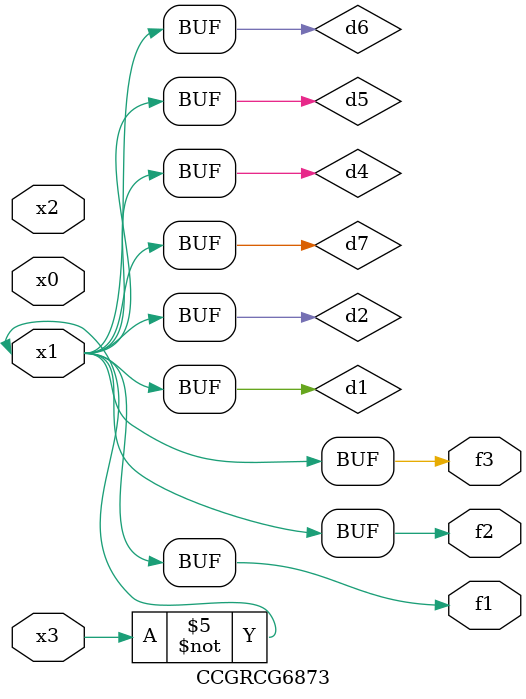
<source format=v>
module CCGRCG6873(
	input x0, x1, x2, x3,
	output f1, f2, f3
);

	wire d1, d2, d3, d4, d5, d6, d7;

	not (d1, x3);
	buf (d2, x1);
	xnor (d3, d1, d2);
	nor (d4, d1);
	buf (d5, d1, d2);
	buf (d6, d4, d5);
	nand (d7, d4);
	assign f1 = d6;
	assign f2 = d7;
	assign f3 = d6;
endmodule

</source>
